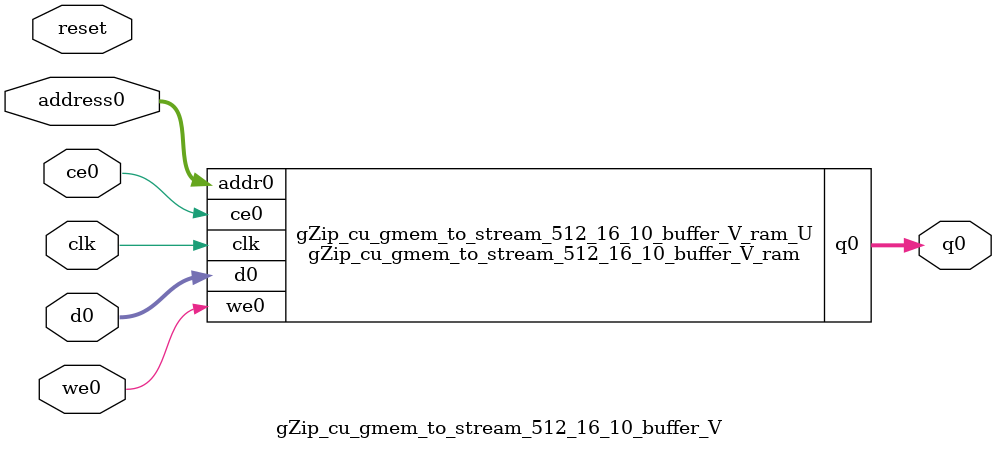
<source format=v>
`timescale 1 ns / 1 ps
module gZip_cu_gmem_to_stream_512_16_10_buffer_V_ram (addr0, ce0, d0, we0, q0,  clk);

parameter DWIDTH = 512;
parameter AWIDTH = 4;
parameter MEM_SIZE = 16;

input[AWIDTH-1:0] addr0;
input ce0;
input[DWIDTH-1:0] d0;
input we0;
output reg[DWIDTH-1:0] q0;
input clk;

(* ram_style = "block" *)reg [DWIDTH-1:0] ram[0:MEM_SIZE-1];




always @(posedge clk)  
begin 
    if (ce0) 
    begin
        if (we0) 
        begin 
            ram[addr0] <= d0; 
        end 
        q0 <= ram[addr0];
    end
end


endmodule

`timescale 1 ns / 1 ps
module gZip_cu_gmem_to_stream_512_16_10_buffer_V(
    reset,
    clk,
    address0,
    ce0,
    we0,
    d0,
    q0);

parameter DataWidth = 32'd512;
parameter AddressRange = 32'd16;
parameter AddressWidth = 32'd4;
input reset;
input clk;
input[AddressWidth - 1:0] address0;
input ce0;
input we0;
input[DataWidth - 1:0] d0;
output[DataWidth - 1:0] q0;



gZip_cu_gmem_to_stream_512_16_10_buffer_V_ram gZip_cu_gmem_to_stream_512_16_10_buffer_V_ram_U(
    .clk( clk ),
    .addr0( address0 ),
    .ce0( ce0 ),
    .we0( we0 ),
    .d0( d0 ),
    .q0( q0 ));

endmodule


</source>
